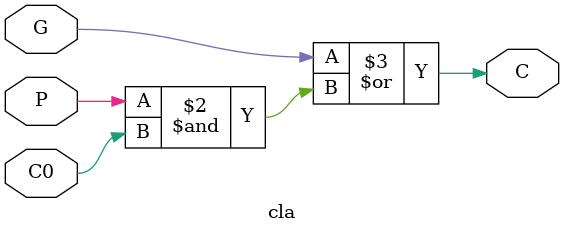
<source format=v>

module addsub_cla(A,B,S,C,M,V);
parameter W = 4;

input [W-1:0] A, B;
output [W-1:0] S;
output C;
input M;
output V;

reg [W-1:0] S;
reg [W-1:0] P;
reg [W-1:0] G;
reg [W-1:0] B_xor_M;

wire [W:0] carry;

integer i;

cla_gen #(.W(W)) CLAGEN(.P(P), .G(G), .C0(M), .C(carry));

always @(*) begin
for (i = 0; i < W; i = i + 1) begin
    B_xor_M[i] = (~B[i] & M) | (B[i] & ~M);
   	 P[i] = (~A[i] & B_xor_M[i]) | (A[i] & ~B_xor_M[i]);
    	G[i] = A[i] & B_xor_M[i];
    	S[i] = (~P[i] & carry[i]) | (P[i] & ~carry[i]);
  	end
end

assign C = carry[W];
assign V = (~carry[W] & carry[W-1]) | (carry[W] & ~carry[W-1]) ;

endmodule


module cla_gen(P,G,C0,C);
parameter W = 4;

input [W-1:0] P, G;
input C0;
output [W:0] C;

wire [W:0] temp;

genvar i;
generate
	for(i = 0; i < W; i = i + 1)
	begin: inst_cla
		cla Icla(.P(P[i]), .G(G[i]), .C0(temp[i]), .C(temp[i+1]));
	end
endgenerate

assign temp[0] = C0;
assign C = temp;

endmodule


module cla(P,G,C0,C);

input P, G, C0;
output C;

wire P;
wire G;
wire C0;

assign C = G | (P & C0);

endmodule












</source>
